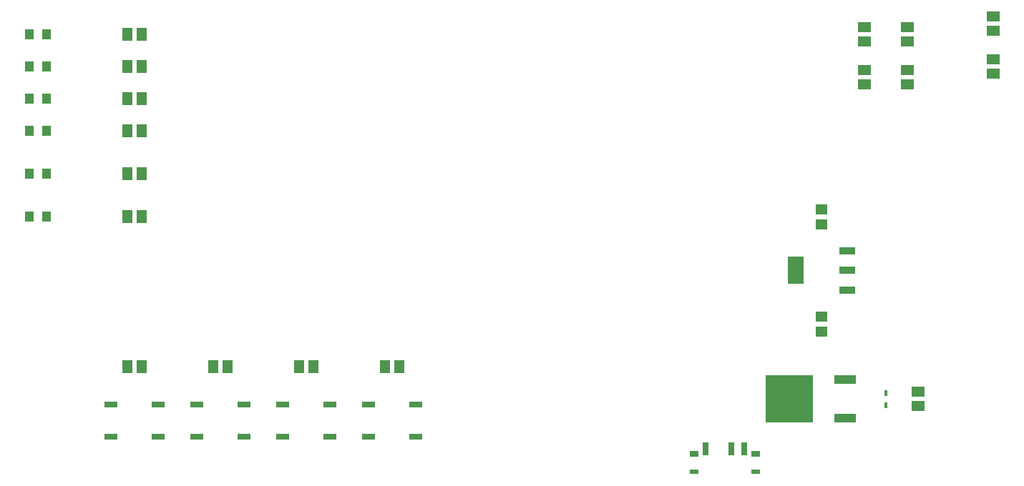
<source format=gbr>
G04 EAGLE Gerber RS-274X export*
G75*
%MOMM*%
%FSLAX34Y34*%
%LPD*%
%INSolderpaste Top*%
%IPPOS*%
%AMOC8*
5,1,8,0,0,1.08239X$1,22.5*%
G01*
%ADD10R,1.100000X1.200000*%
%ADD11R,2.600000X1.060000*%
%ADD12R,5.700000X5.632000*%
%ADD13R,1.500000X1.300000*%
%ADD14R,1.300000X1.500000*%
%ADD15R,1.524000X0.762000*%
%ADD16R,0.700000X1.500000*%
%ADD17R,1.000000X0.600000*%
%ADD18R,1.000000X0.800000*%
%ADD19R,1.860300X0.897900*%
%ADD20R,1.860300X3.189100*%
%ADD21R,0.420000X0.640000*%
%ADD22R,1.450000X1.150000*%


D10*
X40300Y304800D03*
X61300Y304800D03*
X40300Y482600D03*
X61300Y482600D03*
X40300Y444500D03*
X61300Y444500D03*
X40300Y406400D03*
X61300Y406400D03*
X40300Y355600D03*
X61300Y355600D03*
D11*
X1005700Y66040D03*
D12*
X940200Y88900D03*
D11*
X1005700Y111760D03*
D13*
X1181100Y491100D03*
X1181100Y474100D03*
D14*
X156600Y406400D03*
X173600Y406400D03*
X156600Y355600D03*
X173600Y355600D03*
X478400Y127000D03*
X461400Y127000D03*
X376800Y127000D03*
X359800Y127000D03*
X275200Y127000D03*
X258200Y127000D03*
X173600Y127000D03*
X156600Y127000D03*
D13*
X1092200Y97400D03*
X1092200Y80400D03*
X1181100Y541900D03*
X1181100Y524900D03*
X1028700Y478400D03*
X1028700Y461400D03*
X1028700Y529200D03*
X1028700Y512200D03*
X1079500Y478400D03*
X1079500Y461400D03*
X1079500Y529200D03*
X1079500Y512200D03*
D14*
X156600Y304800D03*
X173600Y304800D03*
X156600Y482600D03*
X173600Y482600D03*
X156600Y444500D03*
X173600Y444500D03*
D15*
X441960Y82550D03*
X497840Y82550D03*
X441960Y44450D03*
X497840Y44450D03*
X340360Y82550D03*
X396240Y82550D03*
X340360Y44450D03*
X396240Y44450D03*
X238760Y82550D03*
X294640Y82550D03*
X238760Y44450D03*
X294640Y44450D03*
X137160Y82550D03*
X193040Y82550D03*
X137160Y44450D03*
X193040Y44450D03*
D16*
X886100Y30200D03*
X871100Y30200D03*
X841100Y30200D03*
D17*
X900100Y2700D03*
D18*
X900100Y23700D03*
D17*
X827100Y2700D03*
D18*
X827100Y23700D03*
D19*
X1008650Y218300D03*
X1008650Y241300D03*
X1008650Y264300D03*
D20*
X947150Y241300D03*
D10*
X40300Y520700D03*
X61300Y520700D03*
D14*
X156600Y520700D03*
X173600Y520700D03*
D21*
X1054100Y96400D03*
X1054100Y81400D03*
D22*
X977900Y168800D03*
X977900Y186800D03*
X977900Y313800D03*
X977900Y295800D03*
M02*

</source>
